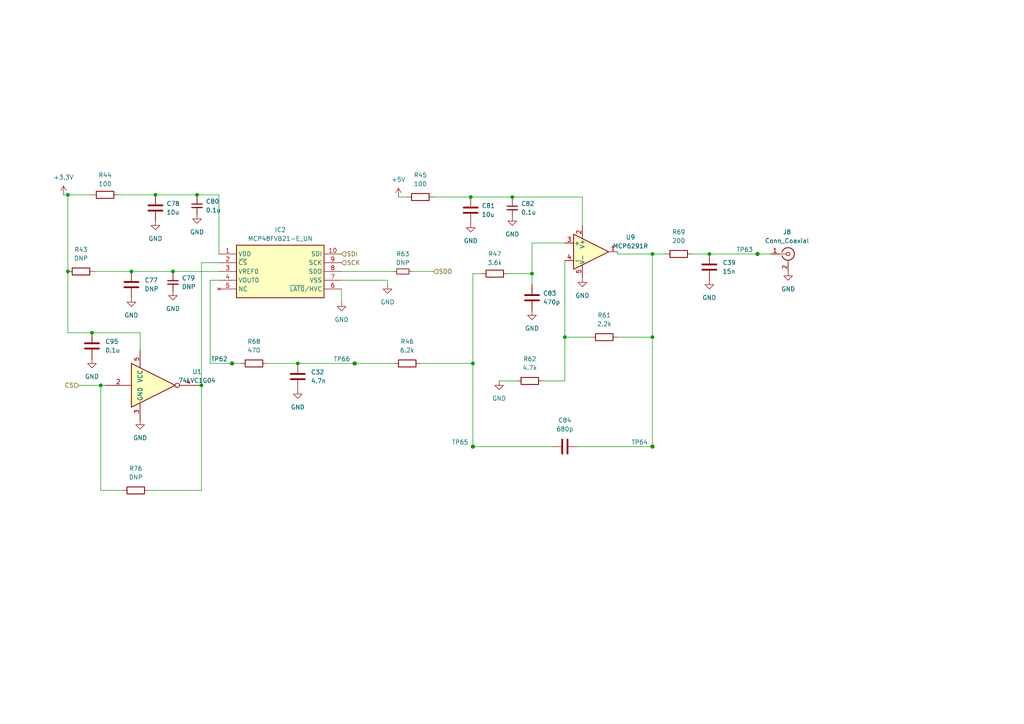
<source format=kicad_sch>
(kicad_sch (version 20231120) (generator "eeschema") (generator_version "8.0")
  (paper "A4")
  (lib_symbols
    (symbol "48FVB21:MCP48FVB21-E_UN"
      (property "Reference" "IC" (at 31.75 7.62 0))
      (property "Value" "MCP48FVB21-E_UN" (at 31.75 5.08 0))
      (symbol "MCP48FVB21-E_UN_1_1"
        (rectangle (start 5.08 2.54) (end 30.48 -12.7) (stroke (width 0.254)) (fill (type background)))
        (pin passive line (at 0 0 0) (length 5.08) (name "VDD") (number "1"))
        (pin passive line (at 35.56 0 180) (length 5.08) (name "SDI") (number "10"))
        (pin passive line (at 0 -2.54 0) (length 5.08) (name "~{CS}") (number "2"))
        (pin passive line (at 0 -5.08 0) (length 5.08) (name "VREF0") (number "3"))
        (pin passive line (at 0 -7.62 0) (length 5.08) (name "VOUT0") (number "4"))
        (pin no_connect line (at 0 -10.16 0) (length 5.08) (name "NC") (number "5"))
        (pin passive line (at 35.56 -10.16 180) (length 5.08) (name "~{LAT0}/HVC") (number "6"))
        (pin passive line (at 35.56 -7.62 180) (length 5.08) (name "VSS") (number "7"))
        (pin passive line (at 35.56 -5.08 180) (length 5.08) (name "SDO") (number "8"))
        (pin passive line (at 35.56 -2.54 180) (length 5.08) (name "SCK") (number "9"))
      )
    )
    (symbol "74xGxx:74LVC1G04"
      (property "Reference" "U" (at 0 7.62 0))
      (property "Value" "74LVC1G04" (at 5.08 -7.62 0))
      (symbol "74LVC1G04_0_1"
        (polyline (pts (xy -7.62 6.35) (xy -7.62 -6.35) (xy 5.08 0) (xy -7.62 6.35)) (stroke (width 0.254)) (fill (type background)))
      )
      (symbol "74LVC1G04_1_1"
        (pin input line (at -15.24 0 0) (length 7.62) (name "~") (number "2"))
        (pin power_in line (at -5.08 -10.16 90) (length 5.08) (name "GND") (number "3"))
        (pin output inverted (at 12.7 0 180) (length 7.62) (name "~") (number "4"))
        (pin power_in line (at -5.08 10.16 270) (length 5.08) (name "VCC") (number "5"))
      )
    )
    (symbol "Amplifier_Operational:OP179GRT" (pin_names (offset 0.127))
      (property "Reference" "U" (at 0 5.08 0))
      (property "Value" "OP179GRT" (at 0 -5.08 0))
      (symbol "OP179GRT_0_1"
        (polyline (pts (xy -5.08 5.08) (xy 5.08 0) (xy -5.08 -5.08) (xy -5.08 5.08)) (stroke (width 0.254)) (fill (type background)))
        (pin power_in line (at -2.54 7.62 270) (length 3.81) (name "V+") (number "2"))
        (pin power_in line (at -2.54 -7.62 90) (length 3.81) (name "V-") (number "5"))
      )
      (symbol "OP179GRT_1_1"
        (pin output line (at 7.62 0 180) (length 2.54) (name "~") (number "1"))
        (pin input line (at -7.62 2.54 0) (length 2.54) (name "+") (number "3"))
        (pin input line (at -7.62 -2.54 0) (length 2.54) (name "-") (number "4"))
      )
    )
    (symbol "Connector:Conn_Coaxial" (pin_names (offset 1.016) hide)
      (property "Reference" "J" (at 0.254 3.048 0))
      (property "Value" "Conn_Coaxial" (at 2.921 0 90))
      (symbol "Conn_Coaxial_0_1"
        (arc (start -1.778 -0.508) (mid 0.2311 -1.8066) (end 1.778 0) (stroke (width 0.254)))
        (polyline (pts (xy -2.54 0) (xy -0.508 0)))
        (polyline (pts (xy 0 -2.54) (xy 0 -1.778)))
        (circle (center 0 0) (radius 0.508) (stroke (width 0.2032)))
        (arc (start 1.778 0) (mid 0.2099 1.8101) (end -1.778 0.508) (stroke (width 0.254)))
      )
      (symbol "Conn_Coaxial_1_1"
        (pin passive line (at -5.08 0 0) (length 2.54) (name "In") (number "1"))
        (pin passive line (at 0 -5.08 90) (length 2.54) (name "Ext") (number "2"))
      )
    )
    (symbol "Connector:TestPoint_Small" (pin_numbers hide) (pin_names (offset 0.762) hide)
      (property "Reference" "TP" (at 0 3.81 0))
      (property "Value" "TestPoint_Small" (at 0 2.032 0))
      (symbol "TestPoint_Small_0_1"
        (circle (center 0 0) (radius 0.508))
      )
      (symbol "TestPoint_Small_1_1"
        (pin passive line (at 0 0 90) (length 0) (name "1") (number "1"))
      )
    )
    (symbol "Device:C" (pin_numbers hide) (pin_names (offset 0.254))
      (property "Reference" "C" (at 0.635 2.54 0))
      (property "Value" "C" (at 0.635 -2.54 0))
      (symbol "C_0_1"
        (polyline (pts (xy -2.032 -0.762) (xy 2.032 -0.762)) (stroke (width 0.508)))
        (polyline (pts (xy -2.032 0.762) (xy 2.032 0.762)) (stroke (width 0.508)))
      )
      (symbol "C_1_1"
        (pin passive line (at 0 3.81 270) (length 2.794) (name "~") (number "1"))
        (pin passive line (at 0 -3.81 90) (length 2.794) (name "~") (number "2"))
      )
    )
    (symbol "Device:C_Small" (pin_numbers hide) (pin_names (offset 0.254) hide)
      (property "Reference" "C" (at 0.254 1.778 0))
      (property "Value" "C_Small" (at 0.254 -2.032 0))
      (symbol "C_Small_0_1"
        (polyline (pts (xy -1.524 -0.508) (xy 1.524 -0.508)) (stroke (width 0.3302)))
        (polyline (pts (xy -1.524 0.508) (xy 1.524 0.508)) (stroke (width 0.3048)))
      )
      (symbol "C_Small_1_1"
        (pin passive line (at 0 2.54 270) (length 2.032) (name "~") (number "1"))
        (pin passive line (at 0 -2.54 90) (length 2.032) (name "~") (number "2"))
      )
    )
    (symbol "Device:R" (pin_numbers hide) (pin_names (offset 0))
      (property "Reference" "R" (at 2.032 0 90))
      (property "Value" "R" (at 0 0 90))
      (symbol "R_0_1"
        (rectangle (start -1.016 -2.54) (end 1.016 2.54) (stroke (width 0.254)))
      )
      (symbol "R_1_1"
        (pin passive line (at 0 3.81 270) (length 1.27) (name "~") (number "1"))
        (pin passive line (at 0 -3.81 90) (length 1.27) (name "~") (number "2"))
      )
    )
    (symbol "Device:R_Small" (pin_numbers hide) (pin_names (offset 0.254) hide)
      (property "Reference" "R" (at 0.762 0.508 0))
      (property "Value" "R_Small" (at 0.762 -1.016 0))
      (symbol "R_Small_0_1"
        (rectangle (start -0.762 1.778) (end 0.762 -1.778) (stroke (width 0.2032)))
      )
      (symbol "R_Small_1_1"
        (pin passive line (at 0 2.54 270) (length 0.762) (name "~") (number "1"))
        (pin passive line (at 0 -2.54 90) (length 0.762) (name "~") (number "2"))
      )
    )
    (symbol "power:+3.3V" (power) (pin_names (offset 0))
      (property "Value" "+3.3V" (at 0 3.556 0))
      (symbol "+3.3V_0_1"
        (polyline (pts (xy -0.762 1.27) (xy 0 2.54)))
        (polyline (pts (xy 0 0) (xy 0 2.54)))
        (polyline (pts (xy 0 2.54) (xy 0.762 1.27)))
      )
      (symbol "+3.3V_1_1"
        (pin power_in line (at 0 0 90) (length 0) hide (name "+3.3V") (number "1"))
      )
    )
    (symbol "power:+5V" (power) (pin_names (offset 0))
      (property "Value" "+5V" (at 0 3.556 0))
      (symbol "+5V_0_1"
        (polyline (pts (xy -0.762 1.27) (xy 0 2.54)))
        (polyline (pts (xy 0 0) (xy 0 2.54)))
        (polyline (pts (xy 0 2.54) (xy 0.762 1.27)))
      )
      (symbol "+5V_1_1"
        (pin power_in line (at 0 0 90) (length 0) hide (name "+5V") (number "1"))
      )
    )
    (symbol "power:GND" (power) (pin_names (offset 0))
      (property "Value" "GND" (at 0 -3.81 0))
      (symbol "GND_0_1"
        (polyline (pts (xy 0 0) (xy 0 -1.27) (xy 1.27 -1.27) (xy 0 -2.54) (xy -1.27 -1.27) (xy 0 -1.27)))
      )
      (symbol "GND_1_1"
        (pin power_in line (at 0 0 270) (length 0) hide (name "GND") (number "1"))
      )
    )
  )
  (junction (at 29.21 111.76))
  (junction (at 205.74 73.66))
  (junction (at 219.71 73.66))
  (junction (at 57.15 56.515))
  (junction (at 137.16 105.41))
  (junction (at 50.165 78.74))
  (junction (at 26.67 96.52))
  (junction (at 19.685 78.74))
  (junction (at 19.685 56.515))
  (junction (at 189.23 129.54))
  (junction (at 137.16 129.54))
  (junction (at 102.87 105.41))
  (junction (at 45.085 56.515))
  (junction (at 38.1 78.74))
  (junction (at 58.42 111.76))
  (junction (at 136.525 57.15))
  (junction (at 163.83 97.79))
  (junction (at 86.36 105.41))
  (junction (at 189.23 73.66))
  (junction (at 154.305 79.375))
  (junction (at 148.59 57.15))
  (junction (at 189.23 97.79))
  (junction (at 67.31 105.41))
  (wire (pts (xy 219.71 73.66) (xy 223.52 73.66)))
  (wire (pts (xy 18.415 56.515) (xy 19.685 56.515)))
  (wire (pts (xy 179.07 73.66) (xy 189.23 73.66)))
  (wire (pts (xy 57.15 57.15) (xy 57.15 56.515)))
  (wire (pts (xy 50.165 78.74) (xy 38.1 78.74)))
  (wire (pts (xy 58.42 111.76) (xy 58.42 76.2)))
  (wire (pts (xy 77.47 105.41) (xy 86.36 105.41)))
  (wire (pts (xy 50.165 79.375) (xy 50.165 78.74)))
  (wire (pts (xy 154.305 79.375) (xy 154.305 82.55)))
  (wire (pts (xy 168.91 57.15) (xy 168.91 65.405)))
  (wire (pts (xy 67.31 105.41) (xy 60.96 105.41)))
  (wire (pts (xy 154.305 70.485) (xy 154.305 79.375)))
  (wire (pts (xy 19.685 78.74) (xy 19.685 96.52)))
  (wire (pts (xy 189.23 73.66) (xy 189.23 97.79)))
  (wire (pts (xy 69.85 105.41) (xy 67.31 105.41)))
  (wire (pts (xy 50.165 78.74) (xy 63.5 78.74)))
  (wire (pts (xy 148.59 57.785) (xy 148.59 57.15)))
  (wire (pts (xy 125.73 57.15) (xy 136.525 57.15)))
  (wire (pts (xy 58.42 142.24) (xy 58.42 111.76)))
  (wire (pts (xy 163.83 70.485) (xy 154.305 70.485)))
  (wire (pts (xy 205.74 73.66) (xy 219.71 73.66)))
  (wire (pts (xy 163.83 110.49) (xy 163.83 97.79)))
  (wire (pts (xy 148.59 57.15) (xy 136.525 57.15)))
  (wire (pts (xy 58.42 76.2) (xy 63.5 76.2)))
  (wire (pts (xy 29.21 111.76) (xy 30.48 111.76)))
  (wire (pts (xy 99.06 83.82) (xy 99.06 87.63)))
  (wire (pts (xy 35.56 142.24) (xy 29.21 142.24)))
  (wire (pts (xy 121.92 105.41) (xy 137.16 105.41)))
  (wire (pts (xy 22.86 111.76) (xy 29.21 111.76)))
  (wire (pts (xy 19.685 56.515) (xy 26.67 56.515)))
  (wire (pts (xy 137.16 105.41) (xy 137.16 129.54)))
  (wire (pts (xy 57.15 56.515) (xy 45.085 56.515)))
  (wire (pts (xy 189.23 97.79) (xy 189.23 129.54)))
  (wire (pts (xy 26.67 96.52) (xy 19.685 96.52)))
  (wire (pts (xy 114.3 105.41) (xy 102.87 105.41)))
  (wire (pts (xy 147.32 79.375) (xy 154.305 79.375)))
  (wire (pts (xy 171.45 97.79) (xy 163.83 97.79)))
  (wire (pts (xy 179.07 73.025) (xy 179.07 73.66)))
  (wire (pts (xy 112.395 81.28) (xy 112.395 82.55)))
  (wire (pts (xy 102.87 105.41) (xy 86.36 105.41)))
  (wire (pts (xy 200.66 73.66) (xy 205.74 73.66)))
  (wire (pts (xy 29.21 111.76) (xy 29.21 142.24)))
  (wire (pts (xy 40.64 96.52) (xy 40.64 101.6)))
  (wire (pts (xy 193.04 73.66) (xy 189.23 73.66)))
  (wire (pts (xy 26.67 96.52) (xy 40.64 96.52)))
  (wire (pts (xy 137.16 129.54) (xy 160.02 129.54)))
  (wire (pts (xy 63.5 73.66) (xy 63.5 56.515)))
  (wire (pts (xy 60.96 81.28) (xy 63.5 81.28)))
  (wire (pts (xy 60.96 81.28) (xy 60.96 105.41)))
  (wire (pts (xy 114.3 78.74) (xy 99.06 78.74)))
  (wire (pts (xy 148.59 57.15) (xy 168.91 57.15)))
  (wire (pts (xy 34.29 56.515) (xy 45.085 56.515)))
  (wire (pts (xy 157.48 110.49) (xy 163.83 110.49)))
  (wire (pts (xy 112.395 81.28) (xy 99.06 81.28)))
  (wire (pts (xy 144.78 110.49) (xy 149.86 110.49)))
  (wire (pts (xy 125.73 78.74) (xy 119.38 78.74)))
  (wire (pts (xy 63.5 56.515) (xy 57.15 56.515)))
  (wire (pts (xy 167.64 129.54) (xy 189.23 129.54)))
  (wire (pts (xy 27.305 78.74) (xy 38.1 78.74)))
  (wire (pts (xy 137.16 105.41) (xy 137.16 79.375)))
  (wire (pts (xy 19.685 56.515) (xy 19.685 78.74)))
  (wire (pts (xy 43.18 142.24) (xy 58.42 142.24)))
  (wire (pts (xy 115.57 57.15) (xy 118.11 57.15)))
  (wire (pts (xy 163.83 75.565) (xy 163.83 97.79)))
  (wire (pts (xy 137.16 79.375) (xy 139.7 79.375)))
  (wire (pts (xy 179.07 97.79) (xy 189.23 97.79)))
  (hierarchical_label "CS" (shape input) (at 22.86 111.76 180))
  (hierarchical_label "SCK" (shape input) (at 99.06 76.2 0))
  (hierarchical_label "SDI" (shape input) (at 99.06 73.66 0))
  (hierarchical_label "SDO" (shape input) (at 125.73 78.74 0))
  (symbol (lib_id "Device:R") (at 143.51 79.375 90) (unit 1)
    (property "Reference" "R47" (at 143.51 73.66 90))
    (property "Value" "3.6k" (at 143.51 76.2 90))
    (property "Footprint" "Resistor_SMD:R_0603_1608Metric" (effects (hide yes)))
  )
  (symbol (lib_id "Connector:Conn_Coaxial") (at 228.6 73.66 0) (unit 1)
    (property "Reference" "J8" (at 228.2826 67.31 0))
    (property "Value" "Conn_Coaxial" (at 228.2826 69.85 0))
    (property "Footprint" "Connector_Coaxial:SMA_Samtec_SMA-J-P-X-ST-EM1_EdgeMount" (effects (hide yes)))
    (property "Datasheet" " ~" (effects (hide yes)))
  )
  (symbol (lib_id "power:GND") (at 38.1 86.36 0) (unit 1)
    (property "Reference" "#PWR0117" (effects (hide yes)))
    (property "Value" "GND" (at 38.1 91.44 0))
  )
  (symbol (lib_id "Device:C_Small") (at 50.165 81.915 0) (unit 1)
    (property "Reference" "C79" (at 52.705 80.6513 0) (effects (justify left)))
    (property "Value" "DNP" (at 52.705 83.1913 0) (effects (justify left)))
    (property "Footprint" "Capacitor_SMD:C_0603_1608Metric" (effects (hide yes)))
  )
  (symbol (lib_id "Device:C") (at 163.83 129.54 90) (unit 1)
    (property "Reference" "C84" (at 163.83 121.92 90))
    (property "Value" "680p" (at 163.83 124.46 90))
    (property "Footprint" "Capacitor_SMD:C_0603_1608Metric" (effects (hide yes)))
  )
  (symbol (lib_id "power:GND") (at 168.91 80.645 0) (unit 1)
    (property "Reference" "#PWR0126" (effects (hide yes)))
    (property "Value" "GND" (at 168.91 85.725 0))
  )
  (symbol (lib_id "power:GND") (at 86.36 113.03 0) (unit 1)
    (property "Reference" "#PWR0146" (effects (hide yes)))
    (property "Value" "GND" (at 86.36 118.11 0))
  )
  (symbol (lib_id "power:GND") (at 26.67 104.14 0) (unit 1)
    (property "Reference" "#PWR016" (effects (hide yes)))
    (property "Value" "GND" (at 26.67 109.22 0))
  )
  (symbol (lib_id "Connector:TestPoint_Small") (at 189.23 129.54 0) (mirror x) (unit 1)
    (property "Reference" "TP64" (at 187.96 128.27 0) (effects (justify right)))
    (property "Value" "TestPoint_Small" (effects (hide yes)))
    (property "Footprint" "TestPoint:TestPoint_Pad_1.0x1.0mm" (effects (hide yes)))
  )
  (symbol (lib_id "Device:C") (at 26.67 100.33 0) (unit 1)
    (property "Reference" "C95" (at 30.48 99.06 0) (effects (justify left)))
    (property "Value" "0.1u" (at 30.48 101.6 0) (effects (justify left)))
    (property "Footprint" "Capacitor_SMD:C_0603_1608Metric" (effects (hide yes)))
  )
  (symbol (lib_id "Device:C") (at 136.525 60.96 0) (unit 1)
    (property "Reference" "C81" (at 139.7 59.6899 0) (effects (justify left)))
    (property "Value" "10u" (at 139.7 62.2299 0) (effects (justify left)))
    (property "Footprint" "Capacitor_SMD:C_0603_1608Metric" (effects (hide yes)))
  )
  (symbol (lib_id "74xGxx:74LVC1G04") (at 45.72 111.76 0) (unit 1)
    (property "Reference" "U1" (at 57.15 107.8231 0))
    (property "Value" "74LVC1G04" (at 57.15 110.3631 0))
    (property "Footprint" "Package_TO_SOT_SMD:SOT-353_SC-70-5" (effects (hide yes)))
    (property "Datasheet" "https://www.ti.com/lit/ds/symlink/sn74lvc1g04.pdf" (effects (hide yes)))
  )
  (symbol (lib_id "Device:R") (at 39.37 142.24 90) (unit 1)
    (property "Reference" "R76" (at 39.37 135.89 90))
    (property "Value" "DNP" (at 39.37 138.43 90))
    (property "Footprint" "Resistor_SMD:R_0603_1608Metric" (effects (hide yes)))
  )
  (symbol (lib_id "Device:C") (at 38.1 82.55 0) (unit 1)
    (property "Reference" "C77" (at 41.91 81.28 0) (effects (justify left)))
    (property "Value" "DNP" (at 41.91 83.82 0) (effects (justify left)))
    (property "Footprint" "Capacitor_SMD:C_0603_1608Metric" (effects (hide yes)))
  )
  (symbol (lib_id "power:GND") (at 50.165 84.455 0) (unit 1)
    (property "Reference" "#PWR0119" (effects (hide yes)))
    (property "Value" "GND" (at 50.165 89.535 0))
  )
  (symbol (lib_id "power:GND") (at 45.085 64.135 0) (unit 1)
    (property "Reference" "#PWR0118" (effects (hide yes)))
    (property "Value" "GND" (at 45.085 69.215 0))
  )
  (symbol (lib_id "power:GND") (at 154.305 90.17 0) (unit 1)
    (property "Reference" "#PWR0125" (effects (hide yes)))
    (property "Value" "GND" (at 154.305 95.25 0))
  )
  (symbol (lib_id "power:GND") (at 40.64 121.92 0) (unit 1)
    (property "Reference" "#PWR018" (effects (hide yes)))
    (property "Value" "GND" (at 40.64 127 0))
  )
  (symbol (lib_id "Device:R_Small") (at 116.84 78.74 90) (unit 1)
    (property "Reference" "R63" (at 116.84 73.66 90))
    (property "Value" "DNP" (at 116.84 76.2 90))
    (property "Footprint" "Resistor_SMD:R_0603_1608Metric" (effects (hide yes)))
  )
  (symbol (lib_id "power:GND") (at 144.78 110.49 0) (unit 1)
    (property "Reference" "#PWR0136" (effects (hide yes)))
    (property "Value" "GND" (at 144.78 115.57 0))
  )
  (symbol (lib_id "power:GND") (at 136.525 64.77 0) (unit 1)
    (property "Reference" "#PWR0123" (effects (hide yes)))
    (property "Value" "GND" (at 136.525 69.85 0))
  )
  (symbol (lib_id "power:+5V") (at 115.57 57.15 0) (unit 1)
    (property "Reference" "#PWR0121" (effects (hide yes)))
    (property "Value" "+5V" (at 115.57 52.07 0))
  )
  (symbol (lib_id "power:GND") (at 99.06 87.63 0) (unit 1)
    (property "Reference" "#PWR0137" (effects (hide yes)))
    (property "Value" "GND" (at 99.06 92.71 0))
  )
  (symbol (lib_id "Device:R") (at 153.67 110.49 90) (unit 1)
    (property "Reference" "R62" (at 153.67 104.14 90))
    (property "Value" "4.7k" (at 153.67 106.68 90))
    (property "Footprint" "Resistor_SMD:R_0603_1608Metric" (effects (hide yes)))
  )
  (symbol (lib_id "Device:C") (at 205.74 77.47 0) (unit 1)
    (property "Reference" "C39" (at 209.55 76.2 0) (effects (justify left)))
    (property "Value" "15n" (at 209.55 78.74 0) (effects (justify left)))
    (property "Footprint" "Capacitor_SMD:C_0603_1608Metric" (effects (hide yes)))
  )
  (symbol (lib_id "Device:R") (at 23.495 78.74 90) (unit 1)
    (property "Reference" "R43" (at 23.495 72.39 90))
    (property "Value" "DNP" (at 23.495 74.93 90))
    (property "Footprint" "Resistor_SMD:R_0603_1608Metric" (effects (hide yes)))
  )
  (symbol (lib_id "power:GND") (at 112.395 82.55 0) (unit 1)
    (property "Reference" "#PWR0122" (effects (hide yes)))
    (property "Value" "GND" (at 112.395 87.63 0))
  )
  (symbol (lib_id "Connector:TestPoint_Small") (at 67.31 105.41 0) (mirror x) (unit 1)
    (property "Reference" "TP62" (at 66.04 104.14 0) (effects (justify right)))
    (property "Value" "TestPoint_Small" (effects (hide yes)))
    (property "Footprint" "TestPoint:TestPoint_Pad_1.0x1.0mm" (effects (hide yes)))
  )
  (symbol (lib_id "Device:R") (at 118.11 105.41 90) (unit 1)
    (property "Reference" "R46" (at 118.11 99.06 90))
    (property "Value" "6.2k" (at 118.11 101.6 90))
    (property "Footprint" "Resistor_SMD:R_0603_1608Metric" (effects (hide yes)))
  )
  (symbol (lib_id "48FVB21:MCP48FVB21-E_UN") (at 63.5 73.66 0) (unit 1)
    (property "Reference" "IC2" (at 81.28 66.675 0))
    (property "Value" "MCP48FVB21-E_UN" (at 81.28 69.215 0))
    (property "Footprint" "Package_SO:MSOP-10_3x3mm_P0.5mm" (effects (hide yes)))
    (property "Datasheet" "http://ww1.microchip.com/downloads/en/DeviceDoc/20005466A.pdf" (effects (hide yes)))
    (property "Height" "1.1" (effects (hide yes)))
    (property "Manufacturer_Name" "Microchip" (effects (hide yes)))
    (property "Manufacturer_Part_Number" "MCP48FVB21-E/UN" (effects (hide yes)))
    (property "Mouser Part Number" "579-MCP48FVB21-E/UN" (effects (hide yes)))
    (property "Mouser Price/Stock" "https://www.mouser.co.uk/ProductDetail/Microchip-Technology-Atmel/MCP48FVB21-E-UN?qs=BA62vJVifGrlCps6ISbyOQ%3D%3D" (effects (hide yes)))
    (property "Arrow Part Number" "MCP48FVB21-E/UN" (effects (hide yes)))
    (property "Arrow Price/Stock" "https://www.arrow.com/en/products/mcp48fvb21-eun/microchip-technology" (effects (hide yes)))
  )
  (symbol (lib_id "Device:R") (at 73.66 105.41 90) (unit 1)
    (property "Reference" "R68" (at 73.66 99.06 90))
    (property "Value" "470" (at 73.66 101.6 90))
    (property "Footprint" "Resistor_SMD:R_0603_1608Metric" (effects (hide yes)))
  )
  (symbol (lib_id "power:GND") (at 57.15 62.23 0) (unit 1)
    (property "Reference" "#PWR0120" (effects (hide yes)))
    (property "Value" "GND" (at 57.15 67.31 0))
  )
  (symbol (lib_id "Device:C") (at 154.305 86.36 0) (unit 1)
    (property "Reference" "C83" (at 157.48 85.09 0) (effects (justify left)))
    (property "Value" "470p" (at 157.48 87.63 0) (effects (justify left)))
    (property "Footprint" "Capacitor_SMD:C_0603_1608Metric" (effects (hide yes)))
  )
  (symbol (lib_id "Connector:TestPoint_Small") (at 137.16 129.54 0) (mirror x) (unit 1)
    (property "Reference" "TP65" (at 135.89 128.27 0) (effects (justify right)))
    (property "Value" "TestPoint_Small" (effects (hide yes)))
    (property "Footprint" "TestPoint:TestPoint_Pad_1.0x1.0mm" (effects (hide yes)))
  )
  (symbol (lib_id "Connector:TestPoint_Small") (at 102.87 105.41 0) (mirror x) (unit 1)
    (property "Reference" "TP66" (at 101.6 104.14 0) (effects (justify right)))
    (property "Value" "TestPoint_Small" (effects (hide yes)))
    (property "Footprint" "TestPoint:TestPoint_Pad_1.0x1.0mm" (effects (hide yes)))
  )
  (symbol (lib_id "Device:C_Small") (at 148.59 60.325 0) (unit 1)
    (property "Reference" "C82" (at 151.13 59.0613 0) (effects (justify left)))
    (property "Value" "0.1u" (at 151.13 61.6013 0) (effects (justify left)))
    (property "Footprint" "Capacitor_SMD:C_0603_1608Metric" (effects (hide yes)))
  )
  (symbol (lib_id "Device:R") (at 196.85 73.66 90) (unit 1)
    (property "Reference" "R69" (at 196.85 67.31 90))
    (property "Value" "200" (at 196.85 69.85 90))
    (property "Footprint" "Resistor_SMD:R_0603_1608Metric" (effects (hide yes)))
  )
  (symbol (lib_id "power:+3.3V") (at 18.415 56.515 0) (unit 1)
    (property "Reference" "#PWR0116" (effects (hide yes)))
    (property "Value" "+3.3V" (at 18.415 51.435 0))
  )
  (symbol (lib_id "Device:C") (at 86.36 109.22 0) (unit 1)
    (property "Reference" "C32" (at 90.17 107.95 0) (effects (justify left)))
    (property "Value" "4.7n" (at 90.17 110.49 0) (effects (justify left)))
    (property "Footprint" "Capacitor_SMD:C_0603_1608Metric" (effects (hide yes)))
  )
  (symbol (lib_id "power:GND") (at 205.74 81.28 0) (unit 1)
    (property "Reference" "#PWR0147" (effects (hide yes)))
    (property "Value" "GND" (at 205.74 86.36 0))
  )
  (symbol (lib_id "Device:R") (at 30.48 56.515 90) (unit 1)
    (property "Reference" "R44" (at 30.48 50.8 90))
    (property "Value" "100" (at 30.48 53.34 90))
    (property "Footprint" "Resistor_SMD:R_0603_1608Metric" (effects (hide yes)))
  )
  (symbol (lib_id "Amplifier_Operational:OP179GRT") (at 171.45 73.025 0) (unit 1)
    (property "Reference" "U9" (at 182.88 68.8341 0))
    (property "Value" "MCP6291R" (at 182.88 71.3741 0))
    (property "Footprint" "Package_TO_SOT_SMD:SOT-23-5" (effects (hide yes)))
  )
  (symbol (lib_id "power:GND") (at 148.59 62.865 0) (unit 1)
    (property "Reference" "#PWR0124" (effects (hide yes)))
    (property "Value" "GND" (at 148.59 67.945 0))
  )
  (symbol (lib_id "Connector:TestPoint_Small") (at 219.71 73.66 0) (mirror x) (unit 1)
    (property "Reference" "TP63" (at 218.44 72.39 0) (effects (justify right)))
    (property "Value" "TestPoint_Small" (effects (hide yes)))
    (property "Footprint" "TestPoint:TestPoint_Pad_1.0x1.0mm" (effects (hide yes)))
  )
  (symbol (lib_id "power:GND") (at 228.6 78.74 0) (mirror y) (unit 1)
    (property "Reference" "#PWR0127" (effects (hide yes)))
    (property "Value" "GND" (at 228.6 83.82 0))
  )
  (symbol (lib_id "Device:C_Small") (at 57.15 59.69 0) (unit 1)
    (property "Reference" "C80" (at 59.69 58.4263 0) (effects (justify left)))
    (property "Value" "0.1u" (at 59.69 60.9663 0) (effects (justify left)))
    (property "Footprint" "Capacitor_SMD:C_0603_1608Metric" (effects (hide yes)))
  )
  (symbol (lib_id "Device:R") (at 121.92 57.15 90) (unit 1)
    (property "Reference" "R45" (at 121.92 50.8 90))
    (property "Value" "100" (at 121.92 53.34 90))
    (property "Footprint" "Resistor_SMD:R_0603_1608Metric" (effects (hide yes)))
  )
  (symbol (lib_id "Device:R") (at 175.26 97.79 90) (unit 1)
    (property "Reference" "R61" (at 175.26 91.44 90))
    (property "Value" "2.2k" (at 175.26 93.98 90))
    (property "Footprint" "Resistor_SMD:R_0603_1608Metric" (effects (hide yes)))
  )
  (symbol (lib_id "Device:C") (at 45.085 60.325 0) (unit 1)
    (property "Reference" "C78" (at 48.26 59.0549 0) (effects (justify left)))
    (property "Value" "10u" (at 48.26 61.5949 0) (effects (justify left)))
    (property "Footprint" "Capacitor_SMD:C_0603_1608Metric" (effects (hide yes)))
  )
)
</source>
